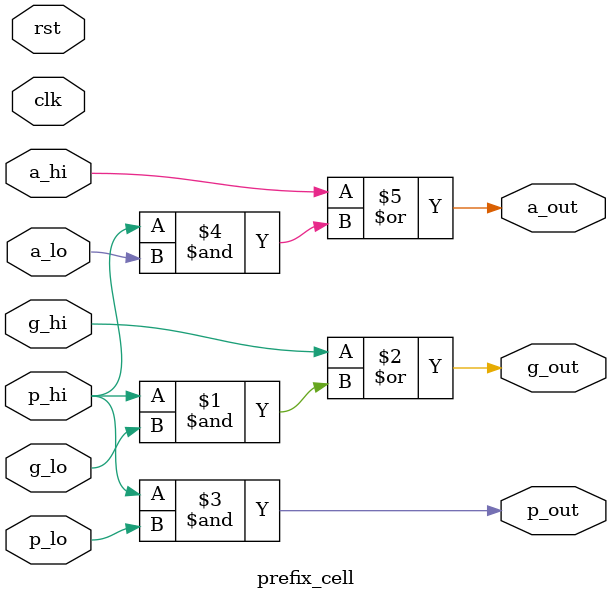
<source format=sv>
module prefix_cell #(
    parameter PIPE = 0
) (
    input  logic clk,
    input  logic rst,

    input  logic g_hi,
    input  logic p_hi,
    input  logic a_hi,

    input  logic g_lo,
    input  logic p_lo,
    input  logic a_lo,

    output logic g_out,
    output logic p_out,
    output logic a_out
);

  generate
    if (PIPE) begin : pipelined
      logic g_out_comb, p_out_comb, a_out_comb;
      assign g_out_comb = g_hi | (p_hi & g_lo);
      assign p_out_comb = p_hi & p_lo;
      assign a_out_comb = a_hi | (p_hi & a_lo);
      always_ff @(posedge clk) begin
        if (rst) begin
          g_out <= 1'b0;
          p_out <= 1'b0;
          a_out <= 1'b0;
        end else begin
          g_out <= g_out_comb;
          p_out <= p_out_comb;
          a_out <= a_out_comb;
        end
      end
    end else begin : combinational
      assign g_out = g_hi | (p_hi & g_lo);
      assign p_out = p_hi & p_lo;
      assign a_out = a_hi | (p_hi & a_lo);
    end
  endgenerate


endmodule


</source>
